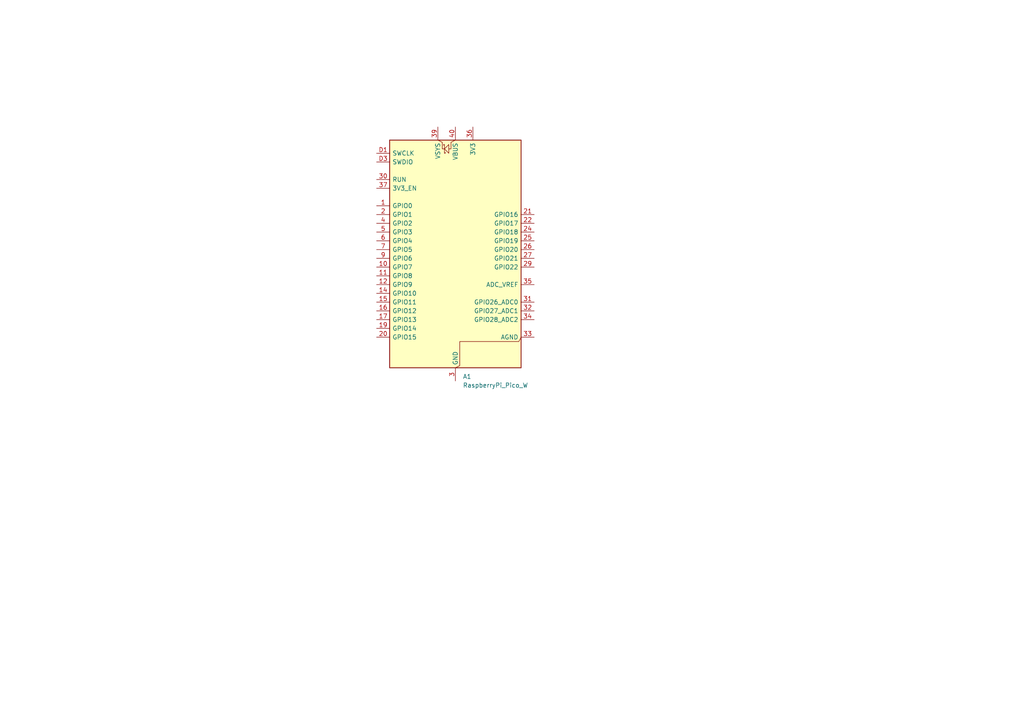
<source format=kicad_sch>
(kicad_sch (version 20250114) (generator "eeschema") (generator_version "9.0")
  (paper "A4")
  (lib_symbols
    (symbol "MCU_Module:RaspberryPi_Pico_W_Debug" (pin_names (offset 0.762))
      (property "Reference" "A" (at -19.05 35.56 0))
      (property "Value" "RaspberryPi_Pico_W" (at 7.62 35.56 0))
      (symbol "RaspberryPi_Pico_W_Debug_0_1"
        (rectangle (start -19.05 34.29) (end 19.05 -31.75) (stroke (width 0.254)) (fill (type background)))
        (polyline (pts (xy -5.08 34.29) (xy -3.81 33.655) (xy -3.81 31.75) (xy -3.175 31.75)))
        (polyline (pts (xy -3.429 32.766) (xy -3.429 33.02) (xy -3.175 33.02) (xy -3.175 30.48) (xy -2.921 30.48) (xy -2.921 30.734)))
        (polyline (pts (xy -3.175 31.75) (xy -1.905 33.02) (xy -1.905 30.48) (xy -3.175 31.75)))
        (polyline (pts (xy 0 34.29) (xy -1.27 33.655) (xy -1.27 31.75) (xy -1.905 31.75)))
        (polyline (pts (xy 0 -31.75) (xy 1.27 -31.115) (xy 1.27 -24.13) (xy 18.415 -24.13) (xy 19.05 -22.86)))
      )
      (symbol "RaspberryPi_Pico_W_Debug_1_1"
        (pin input line (at -22.86 30.48 0) (length 3.81) (name "SWCLK") (number "D1"))
        (pin bidirectional line (at -22.86 27.94 0) (length 3.81) (name "SWDIO") (number "D3"))
        (pin passive line (at -22.86 22.86 0) (length 3.81) (name "RUN") (number "30"))
        (pin passive line (at -22.86 20.32 0) (length 3.81) (name "3V3_EN") (number "37"))
        (pin bidirectional line (at -22.86 15.24 0) (length 3.81) (name "GPIO0") (number "1"))
        (pin bidirectional line (at -22.86 12.7 0) (length 3.81) (name "GPIO1") (number "2"))
        (pin bidirectional line (at -22.86 10.16 0) (length 3.81) (name "GPIO2") (number "4"))
        (pin bidirectional line (at -22.86 7.62 0) (length 3.81) (name "GPIO3") (number "5"))
        (pin bidirectional line (at -22.86 5.08 0) (length 3.81) (name "GPIO4") (number "6"))
        (pin bidirectional line (at -22.86 2.54 0) (length 3.81) (name "GPIO5") (number "7"))
        (pin bidirectional line (at -22.86 0 0) (length 3.81) (name "GPIO6") (number "9"))
        (pin bidirectional line (at -22.86 -2.54 0) (length 3.81) (name "GPIO7") (number "10"))
        (pin bidirectional line (at -22.86 -5.08 0) (length 3.81) (name "GPIO8") (number "11"))
        (pin bidirectional line (at -22.86 -7.62 0) (length 3.81) (name "GPIO9") (number "12"))
        (pin bidirectional line (at -22.86 -10.16 0) (length 3.81) (name "GPIO10") (number "14"))
        (pin bidirectional line (at -22.86 -12.7 0) (length 3.81) (name "GPIO11") (number "15"))
        (pin bidirectional line (at -22.86 -15.24 0) (length 3.81) (name "GPIO12") (number "16"))
        (pin bidirectional line (at -22.86 -17.78 0) (length 3.81) (name "GPIO13") (number "17"))
        (pin bidirectional line (at -22.86 -20.32 0) (length 3.81) (name "GPIO14") (number "19"))
        (pin bidirectional line (at -22.86 -22.86 0) (length 3.81) (name "GPIO15") (number "20"))
        (pin power_in line (at -5.08 38.1 270) (length 3.81) (name "VSYS") (number "39"))
        (pin power_out line (at 0 38.1 270) (length 3.81) (name "VBUS") (number "40"))
        (pin passive line (at 0 -35.56 90) (length 3.81) (hide yes) (name "GND") (number "13"))
        (pin passive line (at 0 -35.56 90) (length 3.81) (hide yes) (name "GND") (number "18"))
        (pin passive line (at 0 -35.56 90) (length 3.81) (hide yes) (name "GND") (number "23"))
        (pin passive line (at 0 -35.56 90) (length 3.81) (hide yes) (name "GND") (number "28"))
        (pin power_out line (at 0 -35.56 90) (length 3.81) (name "GND") (number "3"))
        (pin passive line (at 0 -35.56 90) (length 3.81) (hide yes) (name "GND") (number "38"))
        (pin passive line (at 0 -35.56 90) (length 3.81) (hide yes) (name "GND") (number "8"))
        (pin passive line (at 0 -35.56 90) (length 3.81) (hide yes) (name "GND") (number "D2"))
        (pin power_out line (at 5.08 38.1 270) (length 3.81) (name "3V3") (number "36"))
        (pin bidirectional line (at 22.86 12.7 180) (length 3.81) (name "GPIO16") (number "21"))
        (pin bidirectional line (at 22.86 10.16 180) (length 3.81) (name "GPIO17") (number "22"))
        (pin bidirectional line (at 22.86 7.62 180) (length 3.81) (name "GPIO18") (number "24"))
        (pin bidirectional line (at 22.86 5.08 180) (length 3.81) (name "GPIO19") (number "25"))
        (pin bidirectional line (at 22.86 2.54 180) (length 3.81) (name "GPIO20") (number "26"))
        (pin bidirectional line (at 22.86 0 180) (length 3.81) (name "GPIO21") (number "27"))
        (pin bidirectional line (at 22.86 -2.54 180) (length 3.81) (name "GPIO22") (number "29"))
        (pin power_in line (at 22.86 -7.62 180) (length 3.81) (name "ADC_VREF") (number "35"))
        (pin bidirectional line (at 22.86 -12.7 180) (length 3.81) (name "GPIO26_ADC0") (number "31"))
        (pin bidirectional line (at 22.86 -15.24 180) (length 3.81) (name "GPIO27_ADC1") (number "32"))
        (pin bidirectional line (at 22.86 -17.78 180) (length 3.81) (name "GPIO28_ADC2") (number "34"))
        (pin power_out line (at 22.86 -22.86 180) (length 3.81) (name "AGND") (number "33"))
      )
    )
  )
  (symbol (lib_id "MCU_Module:RaspberryPi_Pico_W_Debug") (at 132.08 74.93 0) (unit 1)
    (property "Reference" "A1" (at 134.2233 109.22 0) (effects (justify left)))
    (property "Value" "RaspberryPi_Pico_W" (at 134.2233 111.76 0) (effects (justify left)))
    (property "Footprint" "Module:RaspberryPi_Pico_W_SMD_HandSolder" (effects (hide yes)))
    (property "Datasheet" "https://datasheets.raspberrypi.com/picow/pico-w-datasheet.pdf" (effects (hide yes)))
    (property "Description" "Versatile and inexpensive wireless microcontroller module (with debug pins) powered by RP2040 dual-core Arm Cortex-M0+ processor up to 133 MHz, 264kB SRAM, 2MB QSPI flash, Infineon CYW43439 2.4GHz 802.11n wireless LAN; also supports Raspberry Pi Pico 2 W" (effects (hide yes)))
  )
)
</source>
